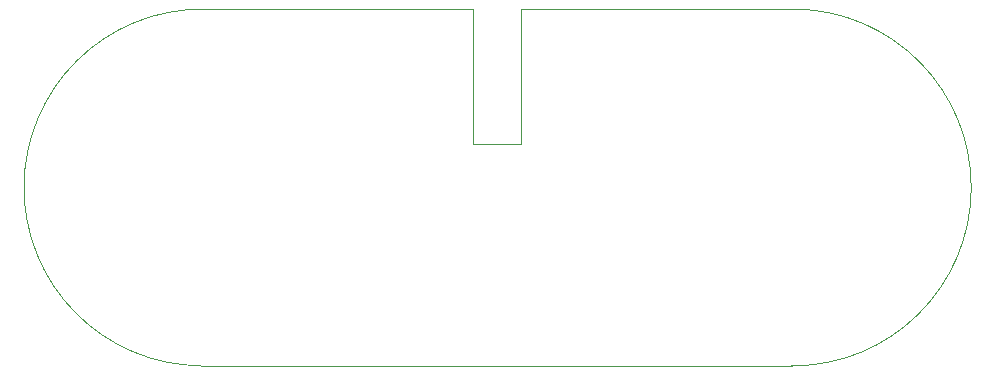
<source format=gbr>
%TF.GenerationSoftware,KiCad,Pcbnew,(6.0.0-0)*%
%TF.CreationDate,2022-01-28T12:00:07+01:00*%
%TF.ProjectId,s1-ecg-demo,73312d65-6367-42d6-9465-6d6f2e6b6963,2*%
%TF.SameCoordinates,Original*%
%TF.FileFunction,Profile,NP*%
%FSLAX46Y46*%
G04 Gerber Fmt 4.6, Leading zero omitted, Abs format (unit mm)*
G04 Created by KiCad (PCBNEW (6.0.0-0)) date 2022-01-28 12:00:07*
%MOMM*%
%LPD*%
G01*
G04 APERTURE LIST*
%TA.AperFunction,Profile*%
%ADD10C,0.050000*%
%TD*%
G04 APERTURE END LIST*
D10*
X164100000Y-118700000D02*
G75*
G03*
X164300000Y-88500000I100000J15100000D01*
G01*
X114300000Y-88500000D02*
X137100000Y-88500000D01*
X114100000Y-118700000D02*
X139100000Y-118700000D01*
X114300000Y-88500000D02*
G75*
G03*
X114100000Y-118700000I-100000J-15100000D01*
G01*
X141200000Y-88500000D02*
X164300000Y-88500000D01*
X139100000Y-118700000D02*
X164100000Y-118700000D01*
X141200000Y-99900000D02*
X141200000Y-88500000D01*
X137100000Y-99900000D02*
X141200000Y-99900000D01*
X137100000Y-99900000D02*
X137100000Y-88500000D01*
M02*

</source>
